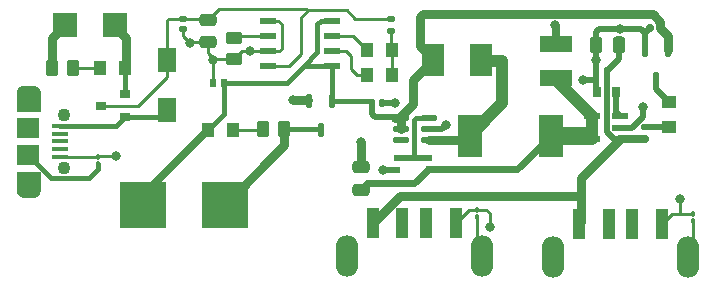
<source format=gbr>
%TF.GenerationSoftware,KiCad,Pcbnew,7.0.8*%
%TF.CreationDate,2024-10-30T19:33:40-07:00*%
%TF.ProjectId,ECE196Team13,45434531-3936-4546-9561-6d31332e6b69,1*%
%TF.SameCoordinates,Original*%
%TF.FileFunction,Copper,L1,Top*%
%TF.FilePolarity,Positive*%
%FSLAX46Y46*%
G04 Gerber Fmt 4.6, Leading zero omitted, Abs format (unit mm)*
G04 Created by KiCad (PCBNEW 7.0.8) date 2024-10-30 19:33:40*
%MOMM*%
%LPD*%
G01*
G04 APERTURE LIST*
G04 Aperture macros list*
%AMRoundRect*
0 Rectangle with rounded corners*
0 $1 Rounding radius*
0 $2 $3 $4 $5 $6 $7 $8 $9 X,Y pos of 4 corners*
0 Add a 4 corners polygon primitive as box body*
4,1,4,$2,$3,$4,$5,$6,$7,$8,$9,$2,$3,0*
0 Add four circle primitives for the rounded corners*
1,1,$1+$1,$2,$3*
1,1,$1+$1,$4,$5*
1,1,$1+$1,$6,$7*
1,1,$1+$1,$8,$9*
0 Add four rect primitives between the rounded corners*
20,1,$1+$1,$2,$3,$4,$5,0*
20,1,$1+$1,$4,$5,$6,$7,0*
20,1,$1+$1,$6,$7,$8,$9,0*
20,1,$1+$1,$8,$9,$2,$3,0*%
G04 Aperture macros list end*
%TA.AperFunction,EtchedComponent*%
%ADD10C,0.010000*%
%TD*%
%TA.AperFunction,SMDPad,CuDef*%
%ADD11RoundRect,0.158750X-0.158750X0.158750X-0.158750X-0.158750X0.158750X-0.158750X0.158750X0.158750X0*%
%TD*%
%TA.AperFunction,SMDPad,CuDef*%
%ADD12R,0.790000X0.930000*%
%TD*%
%TA.AperFunction,SMDPad,CuDef*%
%ADD13R,1.200000X1.100000*%
%TD*%
%TA.AperFunction,SMDPad,CuDef*%
%ADD14RoundRect,0.100000X-0.100000X0.130000X-0.100000X-0.130000X0.100000X-0.130000X0.100000X0.130000X0*%
%TD*%
%TA.AperFunction,SMDPad,CuDef*%
%ADD15RoundRect,0.147500X-0.147500X0.457500X-0.147500X-0.457500X0.147500X-0.457500X0.147500X0.457500X0*%
%TD*%
%TA.AperFunction,SMDPad,CuDef*%
%ADD16R,0.900000X0.800000*%
%TD*%
%TA.AperFunction,SMDPad,CuDef*%
%ADD17RoundRect,0.250000X0.475000X-0.250000X0.475000X0.250000X-0.475000X0.250000X-0.475000X-0.250000X0*%
%TD*%
%TA.AperFunction,SMDPad,CuDef*%
%ADD18R,1.500000X2.120000*%
%TD*%
%TA.AperFunction,SMDPad,CuDef*%
%ADD19RoundRect,0.250000X0.250000X0.475000X-0.250000X0.475000X-0.250000X-0.475000X0.250000X-0.475000X0*%
%TD*%
%TA.AperFunction,SMDPad,CuDef*%
%ADD20RoundRect,0.143100X-0.156900X0.126900X-0.156900X-0.126900X0.156900X-0.126900X0.156900X0.126900X0*%
%TD*%
%TA.AperFunction,SMDPad,CuDef*%
%ADD21RoundRect,0.143100X-0.126900X-0.156900X0.126900X-0.156900X0.126900X0.156900X-0.126900X0.156900X0*%
%TD*%
%TA.AperFunction,SMDPad,CuDef*%
%ADD22RoundRect,0.135000X0.185000X-0.135000X0.185000X0.135000X-0.185000X0.135000X-0.185000X-0.135000X0*%
%TD*%
%TA.AperFunction,SMDPad,CuDef*%
%ADD23RoundRect,0.135000X-0.185000X0.135000X-0.185000X-0.135000X0.185000X-0.135000X0.185000X0.135000X0*%
%TD*%
%TA.AperFunction,SMDPad,CuDef*%
%ADD24R,4.000000X4.000000*%
%TD*%
%TA.AperFunction,SMDPad,CuDef*%
%ADD25RoundRect,0.147500X0.537500X0.147500X-0.537500X0.147500X-0.537500X-0.147500X0.537500X-0.147500X0*%
%TD*%
%TA.AperFunction,SMDPad,CuDef*%
%ADD26R,2.000000X2.000000*%
%TD*%
%TA.AperFunction,SMDPad,CuDef*%
%ADD27RoundRect,0.250000X-0.450000X0.262500X-0.450000X-0.262500X0.450000X-0.262500X0.450000X0.262500X0*%
%TD*%
%TA.AperFunction,SMDPad,CuDef*%
%ADD28RoundRect,0.100000X0.100000X-0.130000X0.100000X0.130000X-0.100000X0.130000X-0.100000X-0.130000X0*%
%TD*%
%TA.AperFunction,SMDPad,CuDef*%
%ADD29RoundRect,0.250000X-0.262500X-0.450000X0.262500X-0.450000X0.262500X0.450000X-0.262500X0.450000X0*%
%TD*%
%TA.AperFunction,SMDPad,CuDef*%
%ADD30R,1.100000X1.200000*%
%TD*%
%TA.AperFunction,SMDPad,CuDef*%
%ADD31R,1.100000X2.500000*%
%TD*%
%TA.AperFunction,ComponentPad*%
%ADD32O,1.900000X3.500000*%
%TD*%
%TA.AperFunction,SMDPad,CuDef*%
%ADD33R,2.000000X3.600000*%
%TD*%
%TA.AperFunction,SMDPad,CuDef*%
%ADD34R,1.400000X0.600000*%
%TD*%
%TA.AperFunction,SMDPad,CuDef*%
%ADD35RoundRect,0.250000X-0.475000X0.250000X-0.475000X-0.250000X0.475000X-0.250000X0.475000X0.250000X0*%
%TD*%
%TA.AperFunction,SMDPad,CuDef*%
%ADD36R,0.600000X0.540000*%
%TD*%
%TA.AperFunction,SMDPad,CuDef*%
%ADD37R,0.500000X0.475000*%
%TD*%
%TA.AperFunction,SMDPad,CuDef*%
%ADD38R,0.560000X0.680000*%
%TD*%
%TA.AperFunction,SMDPad,CuDef*%
%ADD39RoundRect,0.250000X0.262500X0.450000X-0.262500X0.450000X-0.262500X-0.450000X0.262500X-0.450000X0*%
%TD*%
%TA.AperFunction,SMDPad,CuDef*%
%ADD40R,1.350000X0.400000*%
%TD*%
%TA.AperFunction,ComponentPad*%
%ADD41O,1.900000X1.010000*%
%TD*%
%TA.AperFunction,SMDPad,CuDef*%
%ADD42R,1.900000X1.800000*%
%TD*%
%TA.AperFunction,ComponentPad*%
%ADD43C,1.100000*%
%TD*%
%TA.AperFunction,SMDPad,CuDef*%
%ADD44R,2.810000X1.370000*%
%TD*%
%TA.AperFunction,SMDPad,CuDef*%
%ADD45R,1.981200X2.794000*%
%TD*%
%TA.AperFunction,SMDPad,CuDef*%
%ADD46RoundRect,0.073750X0.611250X0.221250X-0.611250X0.221250X-0.611250X-0.221250X0.611250X-0.221250X0*%
%TD*%
%TA.AperFunction,SMDPad,CuDef*%
%ADD47RoundRect,0.143100X0.126900X0.156900X-0.126900X0.156900X-0.126900X-0.156900X0.126900X-0.156900X0*%
%TD*%
%TA.AperFunction,ViaPad*%
%ADD48C,0.800000*%
%TD*%
%TA.AperFunction,Conductor*%
%ADD49C,0.250000*%
%TD*%
%TA.AperFunction,Conductor*%
%ADD50C,0.750000*%
%TD*%
%TA.AperFunction,Conductor*%
%ADD51C,0.500000*%
%TD*%
%TA.AperFunction,Conductor*%
%ADD52C,0.700000*%
%TD*%
%TA.AperFunction,Conductor*%
%ADD53C,0.400000*%
%TD*%
%TA.AperFunction,Conductor*%
%ADD54C,0.600000*%
%TD*%
%TA.AperFunction,Conductor*%
%ADD55C,1.000000*%
%TD*%
%TA.AperFunction,Conductor*%
%ADD56C,1.500000*%
%TD*%
G04 APERTURE END LIST*
%TO.C,I1*%
D10*
X136226500Y-48351000D02*
X136252500Y-48353000D01*
X136278500Y-48356000D01*
X136303500Y-48361000D01*
X136329500Y-48367000D01*
X136354500Y-48374000D01*
X136379500Y-48383000D01*
X136403500Y-48393000D01*
X136426500Y-48404000D01*
X136449500Y-48417000D01*
X136472500Y-48431000D01*
X136493500Y-48445000D01*
X136514500Y-48461000D01*
X136534500Y-48478000D01*
X136553500Y-48496000D01*
X136571500Y-48515000D01*
X136588500Y-48535000D01*
X136604500Y-48556000D01*
X136619500Y-48578000D01*
X136633500Y-48600000D01*
X136645500Y-48623000D01*
X136656500Y-48647000D01*
X136666500Y-48671000D01*
X136675500Y-48695000D01*
X136682500Y-48721000D01*
X136689500Y-48746000D01*
X136693500Y-48772000D01*
X136697500Y-48798000D01*
X136699500Y-48824000D01*
X136699500Y-48850000D01*
X136700000Y-50425000D01*
X136699500Y-50425000D01*
X134799500Y-50425000D01*
X134799500Y-48850000D01*
X134800500Y-48824000D01*
X134802500Y-48798000D01*
X134806500Y-48772000D01*
X134810500Y-48746000D01*
X134817500Y-48721000D01*
X134824500Y-48695000D01*
X134833500Y-48671000D01*
X134843500Y-48647000D01*
X134854500Y-48623000D01*
X134866500Y-48600000D01*
X134880500Y-48578000D01*
X134895500Y-48556000D01*
X134911500Y-48535000D01*
X134928500Y-48515000D01*
X134946500Y-48496000D01*
X134965500Y-48478000D01*
X134985500Y-48461000D01*
X135006500Y-48445000D01*
X135027500Y-48431000D01*
X135049500Y-48417000D01*
X135073500Y-48404000D01*
X135096500Y-48393000D01*
X135120500Y-48383000D01*
X135145500Y-48374000D01*
X135170500Y-48367000D01*
X135196500Y-48361000D01*
X135221500Y-48356000D01*
X135247500Y-48353000D01*
X135273500Y-48351000D01*
X135299500Y-48350000D01*
X136200500Y-48350000D01*
X136226500Y-48351000D01*
%TA.AperFunction,EtchedComponent*%
G36*
X136226500Y-48351000D02*
G01*
X136252500Y-48353000D01*
X136278500Y-48356000D01*
X136303500Y-48361000D01*
X136329500Y-48367000D01*
X136354500Y-48374000D01*
X136379500Y-48383000D01*
X136403500Y-48393000D01*
X136426500Y-48404000D01*
X136449500Y-48417000D01*
X136472500Y-48431000D01*
X136493500Y-48445000D01*
X136514500Y-48461000D01*
X136534500Y-48478000D01*
X136553500Y-48496000D01*
X136571500Y-48515000D01*
X136588500Y-48535000D01*
X136604500Y-48556000D01*
X136619500Y-48578000D01*
X136633500Y-48600000D01*
X136645500Y-48623000D01*
X136656500Y-48647000D01*
X136666500Y-48671000D01*
X136675500Y-48695000D01*
X136682500Y-48721000D01*
X136689500Y-48746000D01*
X136693500Y-48772000D01*
X136697500Y-48798000D01*
X136699500Y-48824000D01*
X136699500Y-48850000D01*
X136700000Y-50425000D01*
X136699500Y-50425000D01*
X134799500Y-50425000D01*
X134799500Y-48850000D01*
X134800500Y-48824000D01*
X134802500Y-48798000D01*
X134806500Y-48772000D01*
X134810500Y-48746000D01*
X134817500Y-48721000D01*
X134824500Y-48695000D01*
X134833500Y-48671000D01*
X134843500Y-48647000D01*
X134854500Y-48623000D01*
X134866500Y-48600000D01*
X134880500Y-48578000D01*
X134895500Y-48556000D01*
X134911500Y-48535000D01*
X134928500Y-48515000D01*
X134946500Y-48496000D01*
X134965500Y-48478000D01*
X134985500Y-48461000D01*
X135006500Y-48445000D01*
X135027500Y-48431000D01*
X135049500Y-48417000D01*
X135073500Y-48404000D01*
X135096500Y-48393000D01*
X135120500Y-48383000D01*
X135145500Y-48374000D01*
X135170500Y-48367000D01*
X135196500Y-48361000D01*
X135221500Y-48356000D01*
X135247500Y-48353000D01*
X135273500Y-48351000D01*
X135299500Y-48350000D01*
X136200500Y-48350000D01*
X136226500Y-48351000D01*
G37*
%TD.AperFunction*%
X136699500Y-57200000D02*
X136699500Y-57226000D01*
X136697500Y-57252000D01*
X136693500Y-57278000D01*
X136689500Y-57304000D01*
X136682500Y-57329000D01*
X136675500Y-57355000D01*
X136666500Y-57379000D01*
X136656500Y-57403000D01*
X136645500Y-57427000D01*
X136633500Y-57450000D01*
X136619500Y-57472000D01*
X136604500Y-57494000D01*
X136588500Y-57515000D01*
X136571500Y-57535000D01*
X136553500Y-57554000D01*
X136534500Y-57572000D01*
X136514500Y-57589000D01*
X136493500Y-57605000D01*
X136472500Y-57619000D01*
X136449500Y-57633000D01*
X136426500Y-57646000D01*
X136403500Y-57657000D01*
X136379500Y-57667000D01*
X136354500Y-57676000D01*
X136329500Y-57683000D01*
X136303500Y-57689000D01*
X136278500Y-57694000D01*
X136252500Y-57697000D01*
X136226500Y-57699000D01*
X136200500Y-57700000D01*
X135299500Y-57700000D01*
X135273500Y-57699000D01*
X135247500Y-57697000D01*
X135221500Y-57694000D01*
X135196500Y-57689000D01*
X135170500Y-57683000D01*
X135145500Y-57676000D01*
X135120500Y-57667000D01*
X135096500Y-57657000D01*
X135073500Y-57646000D01*
X135049500Y-57633000D01*
X135027500Y-57619000D01*
X135006500Y-57605000D01*
X134985500Y-57589000D01*
X134965500Y-57572000D01*
X134946500Y-57554000D01*
X134928500Y-57535000D01*
X134911500Y-57515000D01*
X134895500Y-57494000D01*
X134880500Y-57472000D01*
X134866500Y-57450000D01*
X134854500Y-57427000D01*
X134843500Y-57403000D01*
X134833500Y-57379000D01*
X134824500Y-57355000D01*
X134817500Y-57329000D01*
X134810500Y-57304000D01*
X134806500Y-57278000D01*
X134802500Y-57252000D01*
X134800500Y-57226000D01*
X134799500Y-57200000D01*
X134800000Y-55625000D01*
X136699500Y-55625000D01*
X136699500Y-57200000D01*
%TA.AperFunction,EtchedComponent*%
G36*
X136699500Y-57200000D02*
G01*
X136699500Y-57226000D01*
X136697500Y-57252000D01*
X136693500Y-57278000D01*
X136689500Y-57304000D01*
X136682500Y-57329000D01*
X136675500Y-57355000D01*
X136666500Y-57379000D01*
X136656500Y-57403000D01*
X136645500Y-57427000D01*
X136633500Y-57450000D01*
X136619500Y-57472000D01*
X136604500Y-57494000D01*
X136588500Y-57515000D01*
X136571500Y-57535000D01*
X136553500Y-57554000D01*
X136534500Y-57572000D01*
X136514500Y-57589000D01*
X136493500Y-57605000D01*
X136472500Y-57619000D01*
X136449500Y-57633000D01*
X136426500Y-57646000D01*
X136403500Y-57657000D01*
X136379500Y-57667000D01*
X136354500Y-57676000D01*
X136329500Y-57683000D01*
X136303500Y-57689000D01*
X136278500Y-57694000D01*
X136252500Y-57697000D01*
X136226500Y-57699000D01*
X136200500Y-57700000D01*
X135299500Y-57700000D01*
X135273500Y-57699000D01*
X135247500Y-57697000D01*
X135221500Y-57694000D01*
X135196500Y-57689000D01*
X135170500Y-57683000D01*
X135145500Y-57676000D01*
X135120500Y-57667000D01*
X135096500Y-57657000D01*
X135073500Y-57646000D01*
X135049500Y-57633000D01*
X135027500Y-57619000D01*
X135006500Y-57605000D01*
X134985500Y-57589000D01*
X134965500Y-57572000D01*
X134946500Y-57554000D01*
X134928500Y-57535000D01*
X134911500Y-57515000D01*
X134895500Y-57494000D01*
X134880500Y-57472000D01*
X134866500Y-57450000D01*
X134854500Y-57427000D01*
X134843500Y-57403000D01*
X134833500Y-57379000D01*
X134824500Y-57355000D01*
X134817500Y-57329000D01*
X134810500Y-57304000D01*
X134806500Y-57278000D01*
X134802500Y-57252000D01*
X134800500Y-57226000D01*
X134799500Y-57200000D01*
X134800000Y-55625000D01*
X136699500Y-55625000D01*
X136699500Y-57200000D01*
G37*
%TD.AperFunction*%
%TD*%
D11*
%TO.P,R6,1*%
%TO.N,+BATT*%
X189269500Y-43457500D03*
%TO.P,R6,2*%
%TO.N,GND*%
X188380500Y-43457500D03*
%TD*%
D12*
%TO.P,R5,1*%
%TO.N,Net-(U3-ISET)*%
X185495000Y-48875000D03*
%TO.P,R5,2*%
%TO.N,GND*%
X183855000Y-48875000D03*
%TD*%
D13*
%TO.P,L4,1,K*%
%TO.N,Net-(L4-K)*%
X190025000Y-49725000D03*
%TO.P,L4,2,A*%
%TO.N,Net-(L4-A)*%
X190025000Y-51825000D03*
%TD*%
D14*
%TO.P,C6,1*%
%TO.N,GND*%
X173700000Y-58800000D03*
%TO.P,C6,2*%
%TO.N,Net-(O1-Shield)*%
X173700000Y-59440000D03*
%TD*%
D15*
%TO.P,M2,1*%
%TO.N,+BATT*%
X161445000Y-49590000D03*
%TO.P,M2,2*%
%TO.N,GND*%
X159545000Y-49590000D03*
%TO.P,M2,3*%
%TO.N,-BATT*%
X160495000Y-52100000D03*
%TD*%
D16*
%TO.P,M1,1*%
%TO.N,Net-(I1-VBUS)*%
X143975000Y-50950000D03*
%TO.P,M1,2*%
%TO.N,+6V*%
X143975000Y-49050000D03*
%TO.P,M1,3*%
%TO.N,Net-(U1-VIN)*%
X141875000Y-50000000D03*
%TD*%
D17*
%TO.P,C4,1*%
%TO.N,Net-(U3-EN)*%
X163875000Y-57100000D03*
%TO.P,C4,2*%
%TO.N,GND*%
X163875000Y-55200000D03*
%TD*%
D18*
%TO.P,D1,A*%
%TO.N,Net-(I1-VBUS)*%
X147450000Y-50340000D03*
%TO.P,D1,C*%
%TO.N,Net-(U1-VIN)*%
X147450000Y-46110000D03*
%TD*%
D19*
%TO.P,C1,1*%
%TO.N,Net-(O1-GND)*%
X185725000Y-44850000D03*
%TO.P,C1,2*%
%TO.N,GND*%
X183825000Y-44850000D03*
%TD*%
D20*
%TO.P,C2a1,1*%
%TO.N,Net-(U1-VIN)*%
X148850000Y-42670000D03*
%TO.P,C2a1,2*%
%TO.N,GND*%
X148850000Y-43530000D03*
%TD*%
D21*
%TO.P,C2,1*%
%TO.N,+BATT*%
X164845000Y-49755000D03*
%TO.P,C2,2*%
%TO.N,GND*%
X165705000Y-49755000D03*
%TD*%
D22*
%TO.P,R1b1,1*%
%TO.N,Net-(O1-GND)*%
X188000000Y-52810000D03*
%TO.P,R1b1,2*%
%TO.N,Net-(L4-A)*%
X188000000Y-51790000D03*
%TD*%
D23*
%TO.P,R1a1,1*%
%TO.N,Net-(U1-VIN)*%
X166470000Y-42660000D03*
%TO.P,R1a1,2*%
%TO.N,Net-(L1-A)*%
X166470000Y-43680000D03*
%TD*%
D24*
%TO.P,TP4,1,1*%
%TO.N,-BATT*%
X152400000Y-58375000D03*
%TD*%
D25*
%TO.P,U2,1,SW*%
%TO.N,Net-(U2-SW)*%
X169645000Y-52937500D03*
%TO.P,U2,2,GND*%
%TO.N,GND*%
X169645000Y-51987500D03*
%TO.P,U2,3,FB*%
%TO.N,Net-(U2-FB)*%
X169645000Y-51037500D03*
%TO.P,U2,4,EN*%
%TO.N,+BATT*%
X167305000Y-51037500D03*
%TO.P,U2,5,IN*%
X167305000Y-51987500D03*
%TO.P,U2,6,NC*%
%TO.N,unconnected-(U2-NC-Pad6)*%
X167305000Y-52937500D03*
%TD*%
D26*
%TO.P,TP1,1,1*%
%TO.N,+6V*%
X143100000Y-43200000D03*
%TD*%
D27*
%TO.P,R2,1*%
%TO.N,Net-(U1-ISET)*%
X153145000Y-44232500D03*
%TO.P,R2,2*%
%TO.N,GND*%
X153145000Y-46057500D03*
%TD*%
D28*
%TO.P,C6a1,1*%
%TO.N,Net-(C6a1-Pad1)*%
X141650000Y-54970000D03*
%TO.P,C6a1,2*%
%TO.N,GND*%
X141650000Y-54330000D03*
%TD*%
D29*
%TO.P,R7a1,1*%
%TO.N,Net-(R7a1-Pad1)*%
X137712500Y-46775000D03*
%TO.P,R7a1,2*%
%TO.N,Net-(L5-A)*%
X139537500Y-46775000D03*
%TD*%
D30*
%TO.P,L2,1,K*%
%TO.N,Net-(L2-K)*%
X164420000Y-47395000D03*
%TO.P,L2,2,A*%
%TO.N,Net-(L1-A)*%
X166520000Y-47395000D03*
%TD*%
%TO.P,L1,1,K*%
%TO.N,Net-(L1-K)*%
X164420000Y-45295000D03*
%TO.P,L1,2,A*%
%TO.N,Net-(L1-A)*%
X166520000Y-45295000D03*
%TD*%
D31*
%TO.P,O1,1,VBUS*%
%TO.N,GND*%
X171925000Y-59975000D03*
%TO.P,O1,2,D-*%
%TO.N,unconnected-(O1-D--Pad2)*%
X169425000Y-59975000D03*
%TO.P,O1,3,D+*%
%TO.N,unconnected-(O1-D+-Pad3)*%
X167425000Y-59975000D03*
%TO.P,O1,4,GND*%
%TO.N,Net-(O1-GND)*%
X164925000Y-59975000D03*
D32*
%TO.P,O1,5,Shield*%
%TO.N,Net-(O1-Shield)*%
X174125000Y-62725000D03*
X162725000Y-62725000D03*
%TD*%
D31*
%TO.P,O2,1,VBUS*%
%TO.N,GND*%
X189375000Y-60025000D03*
%TO.P,O2,2,D-*%
%TO.N,unconnected-(O2-D--Pad2)*%
X186875000Y-60025000D03*
%TO.P,O2,3,D+*%
%TO.N,unconnected-(O2-D+-Pad3)*%
X184875000Y-60025000D03*
%TO.P,O2,4,GND*%
%TO.N,Net-(O1-GND)*%
X182375000Y-60025000D03*
D32*
%TO.P,O2,5,Shield*%
%TO.N,Net-(O2-Shield)*%
X191575000Y-62775000D03*
X180175000Y-62775000D03*
%TD*%
D33*
%TO.P,D2,A*%
%TO.N,Net-(U2-SW)*%
X173162500Y-52525000D03*
%TO.P,D2,C*%
%TO.N,Net-(U3-EN)*%
X179962500Y-52525000D03*
%TD*%
D34*
%TO.P,U1,1,TEMP*%
%TO.N,GND*%
X156020000Y-42815000D03*
%TO.P,U1,2,ISET*%
%TO.N,Net-(U1-ISET)*%
X156020000Y-44085000D03*
%TO.P,U1,3,GND*%
%TO.N,GND*%
X156020000Y-45355000D03*
%TO.P,U1,4,VIN*%
%TO.N,Net-(U1-VIN)*%
X156020000Y-46625000D03*
%TO.P,U1,5,BAT*%
%TO.N,+BATT*%
X161420000Y-46625000D03*
%TO.P,U1,6,~{DONE}*%
%TO.N,Net-(L2-K)*%
X161420000Y-45355000D03*
%TO.P,U1,7,~{CHRG}*%
%TO.N,Net-(L1-K)*%
X161420000Y-44085000D03*
%TO.P,U1,8,FB*%
%TO.N,+BATT*%
X161420000Y-42815000D03*
%TD*%
D15*
%TO.P,M2,1*%
%TO.N,+BATT*%
X189875000Y-45265000D03*
%TO.P,M2,2*%
%TO.N,GND*%
X187975000Y-45265000D03*
%TO.P,M2,3*%
%TO.N,Net-(L4-K)*%
X188925000Y-47775000D03*
%TD*%
D35*
%TO.P,C1a1,1*%
%TO.N,Net-(U1-VIN)*%
X150925000Y-42725000D03*
%TO.P,C1a1,2*%
%TO.N,GND*%
X150925000Y-44625000D03*
%TD*%
D28*
%TO.P,C6,1*%
%TO.N,Net-(O2-Shield)*%
X192060000Y-59775000D03*
%TO.P,C6,2*%
%TO.N,GND*%
X192060000Y-59135000D03*
%TD*%
D36*
%TO.P,R3,1*%
%TO.N,Net-(U3-EN)*%
X169700000Y-55319500D03*
%TO.P,R3,2*%
%TO.N,Net-(U2-FB)*%
X169700000Y-54455500D03*
%TD*%
D37*
%TO.P,R4,1*%
%TO.N,Net-(U2-FB)*%
X166950000Y-54438500D03*
%TO.P,R4,2*%
%TO.N,GND*%
X166950000Y-55462500D03*
%TD*%
D38*
%TO.P,C3,1*%
%TO.N,+BATT*%
X152280000Y-48045000D03*
%TO.P,C3,2*%
%TO.N,GND*%
X151360000Y-48045000D03*
%TD*%
D39*
%TO.P,R7b1,1*%
%TO.N,-BATT*%
X157425000Y-52000000D03*
%TO.P,R7b1,2*%
%TO.N,Net-(L3-A)*%
X155600000Y-52000000D03*
%TD*%
D40*
%TO.P,I1,1,VBUS*%
%TO.N,Net-(I1-VBUS)*%
X138425000Y-51725000D03*
%TO.P,I1,2,D-*%
%TO.N,unconnected-(I1-D--Pad2)*%
X138425000Y-52375000D03*
%TO.P,I1,3,D+*%
%TO.N,unconnected-(I1-D+-Pad3)*%
X138425000Y-53025000D03*
%TO.P,I1,4,ID*%
%TO.N,unconnected-(I1-ID-Pad4)*%
X138425000Y-53675000D03*
%TO.P,I1,5,GND*%
%TO.N,GND*%
X138425000Y-54325000D03*
D41*
%TO.P,I1,S1,SHIELD*%
%TO.N,Net-(C6a1-Pad1)*%
X135750000Y-48850000D03*
D42*
%TO.P,I1,S2,SHIELD*%
X135750000Y-51875000D03*
%TO.P,I1,S3,SHIELD*%
X135750000Y-54175000D03*
D41*
%TO.P,I1,S4,SHIELD*%
X135750000Y-57200000D03*
D43*
%TO.P,I1,S5,SHIELD*%
X138750000Y-50800000D03*
%TO.P,I1,S6,SHIELD*%
X138750000Y-55250000D03*
%TD*%
D30*
%TO.P,L3,1,K*%
%TO.N,+BATT*%
X150975000Y-52050000D03*
%TO.P,L3,2,A*%
%TO.N,Net-(L3-A)*%
X153075000Y-52050000D03*
%TD*%
D44*
%TO.P,C5,1*%
%TO.N,Net-(U3-EN)*%
X180425000Y-47620000D03*
%TO.P,C5,2*%
%TO.N,GND*%
X180425000Y-44780000D03*
%TD*%
D45*
%TO.P,L1x1,1,1*%
%TO.N,+BATT*%
X170036000Y-46100000D03*
%TO.P,L1x1,2,2*%
%TO.N,Net-(U2-SW)*%
X174100000Y-46100000D03*
%TD*%
D46*
%TO.P,U3,1,OUT*%
%TO.N,Net-(O1-GND)*%
X185850000Y-52800000D03*
%TO.P,U3,2,GND*%
%TO.N,GND*%
X185850000Y-51850000D03*
%TO.P,U3,3,ISET*%
%TO.N,Net-(U3-ISET)*%
X185850000Y-50900000D03*
%TO.P,U3,4,EN*%
%TO.N,Net-(U3-EN)*%
X183500000Y-50900000D03*
%TO.P,U3,5,IN*%
X183500000Y-52800000D03*
%TD*%
D24*
%TO.P,TP3,1,1*%
%TO.N,+BATT*%
X145500000Y-58375000D03*
%TD*%
D26*
%TO.P,TP2,1,1*%
%TO.N,Net-(R7a1-Pad1)*%
X138850000Y-43200000D03*
%TD*%
D30*
%TO.P,L5,1,K*%
%TO.N,+6V*%
X143950000Y-46775000D03*
%TO.P,L5,2,A*%
%TO.N,Net-(L5-A)*%
X141850000Y-46775000D03*
%TD*%
D47*
%TO.P,C2,1*%
%TO.N,Net-(O1-GND)*%
X184710000Y-47025000D03*
%TO.P,C2,2*%
%TO.N,GND*%
X183850000Y-47025000D03*
%TD*%
D48*
%TO.N,GND*%
X158175000Y-49525000D03*
X143150000Y-54250000D03*
X166770000Y-49755000D03*
X154500000Y-45350000D03*
X182725000Y-47825000D03*
X190900000Y-57925000D03*
X180350000Y-43150000D03*
X151425000Y-46100000D03*
X174850000Y-60300000D03*
X185850000Y-43500000D03*
X183825000Y-46100000D03*
X187825000Y-50125000D03*
X171125000Y-51625000D03*
X163925000Y-53100000D03*
X165737500Y-55475000D03*
X149450000Y-44700000D03*
%TD*%
D49*
%TO.N,Net-(U1-VIN)*%
X158795000Y-42545000D02*
X158795000Y-45620000D01*
X151875000Y-41775000D02*
X150925000Y-42725000D01*
X166470000Y-42660000D02*
X163435000Y-42660000D01*
X163435000Y-42660000D02*
X162695000Y-41920000D01*
X148850000Y-42670000D02*
X150870000Y-42670000D01*
X147450000Y-42825000D02*
X147450000Y-46110000D01*
X150870000Y-42670000D02*
X150925000Y-42725000D01*
X162695000Y-41920000D02*
X159420000Y-41920000D01*
X159275000Y-41775000D02*
X151875000Y-41775000D01*
X145050000Y-50000000D02*
X147450000Y-47600000D01*
X159420000Y-41920000D02*
X158795000Y-42545000D01*
X147605000Y-42670000D02*
X147450000Y-42825000D01*
X159420000Y-41920000D02*
X159275000Y-41775000D01*
X157790000Y-46625000D02*
X156020000Y-46625000D01*
X141875000Y-50000000D02*
X145050000Y-50000000D01*
X147450000Y-47600000D02*
X147450000Y-46110000D01*
X158795000Y-45620000D02*
X157790000Y-46625000D01*
X148850000Y-42670000D02*
X147605000Y-42670000D01*
%TO.N,GND*%
X190925000Y-59135000D02*
X190265000Y-59135000D01*
X150925000Y-45500000D02*
X151470000Y-46045000D01*
X174850000Y-59125000D02*
X174850000Y-60300000D01*
X156020000Y-45355000D02*
X154505000Y-45355000D01*
X154495000Y-45355000D02*
X153847500Y-45355000D01*
X151470000Y-46045000D02*
X151482500Y-46057500D01*
X190900000Y-59110000D02*
X190925000Y-59135000D01*
D50*
X163925000Y-53100000D02*
X163925000Y-55150000D01*
D49*
X151360000Y-48045000D02*
X151360000Y-46155000D01*
D51*
X169645000Y-51987500D02*
X170762500Y-51987500D01*
D49*
X159530000Y-49575000D02*
X159545000Y-49590000D01*
X185850000Y-43500000D02*
X185825000Y-43525000D01*
D52*
X180425000Y-44780000D02*
X180425000Y-43225000D01*
D49*
X156020000Y-45355000D02*
X157010000Y-45355000D01*
X153847500Y-45355000D02*
X153145000Y-46057500D01*
X174525000Y-58800000D02*
X174850000Y-59125000D01*
X173100000Y-58800000D02*
X171925000Y-59975000D01*
D51*
X185825000Y-43525000D02*
X184100000Y-43525000D01*
X182725000Y-47825000D02*
X183800000Y-47825000D01*
D49*
X156890000Y-42815000D02*
X156020000Y-42815000D01*
D51*
X186900000Y-51850000D02*
X187825000Y-50925000D01*
X183825000Y-43800000D02*
X183825000Y-44850000D01*
X183850000Y-47025000D02*
X183850000Y-47775000D01*
D49*
X148850000Y-44100000D02*
X149450000Y-44700000D01*
D51*
X185850000Y-51850000D02*
X186900000Y-51850000D01*
D49*
X188380500Y-43457500D02*
X188350000Y-43457500D01*
D51*
X183825000Y-46100000D02*
X183825000Y-47000000D01*
D49*
X180205000Y-45000000D02*
X180425000Y-44780000D01*
X150925000Y-44625000D02*
X150925000Y-45500000D01*
D51*
X170762500Y-51987500D02*
X171125000Y-51625000D01*
D49*
X138450000Y-54350000D02*
X138425000Y-54325000D01*
X151415000Y-46100000D02*
X151425000Y-46100000D01*
D51*
X184100000Y-43525000D02*
X183825000Y-43800000D01*
D49*
X157010000Y-45355000D02*
X157195000Y-45170000D01*
X157195000Y-45170000D02*
X157195000Y-43120000D01*
D51*
X166962500Y-55475000D02*
X165737500Y-55475000D01*
D49*
X158175000Y-49525000D02*
X158165000Y-49535000D01*
X141650000Y-54330000D02*
X141730000Y-54250000D01*
X189375000Y-59475000D02*
X189375000Y-60025000D01*
D51*
X165705000Y-49755000D02*
X166770000Y-49755000D01*
D49*
X141630000Y-54350000D02*
X138450000Y-54350000D01*
X173700000Y-58800000D02*
X173100000Y-58800000D01*
D51*
X183825000Y-44850000D02*
X183825000Y-46100000D01*
D49*
X141730000Y-54250000D02*
X143150000Y-54250000D01*
X151425000Y-46100000D02*
X151425000Y-46090000D01*
X163925000Y-55150000D02*
X163875000Y-55200000D01*
X151425000Y-46090000D02*
X151470000Y-46045000D01*
X158185000Y-49535000D02*
X158175000Y-49525000D01*
X190900000Y-57925000D02*
X190900000Y-59110000D01*
D51*
X187975000Y-43863000D02*
X188380500Y-43457500D01*
X187975000Y-45265000D02*
X187975000Y-43863000D01*
D49*
X183800000Y-47825000D02*
X183850000Y-47775000D01*
X154505000Y-45355000D02*
X154500000Y-45350000D01*
X149525000Y-44625000D02*
X149450000Y-44700000D01*
X151482500Y-46057500D02*
X153145000Y-46057500D01*
X173700000Y-58800000D02*
X174525000Y-58800000D01*
X141650000Y-54330000D02*
X141630000Y-54350000D01*
X151360000Y-46155000D02*
X151415000Y-46100000D01*
D51*
X187637000Y-43525000D02*
X185875000Y-43525000D01*
D49*
X183850000Y-48870000D02*
X183855000Y-48875000D01*
X192060000Y-59135000D02*
X190925000Y-59135000D01*
X157195000Y-43120000D02*
X156890000Y-42815000D01*
X154500000Y-45350000D02*
X154495000Y-45355000D01*
D51*
X187975000Y-43863000D02*
X187637000Y-43525000D01*
X183850000Y-47775000D02*
X183850000Y-48870000D01*
D49*
X150925000Y-44625000D02*
X149525000Y-44625000D01*
X180425000Y-43225000D02*
X180350000Y-43150000D01*
X148850000Y-43530000D02*
X148850000Y-44100000D01*
D51*
X187825000Y-50925000D02*
X187825000Y-50125000D01*
D49*
X183825000Y-47000000D02*
X183850000Y-47025000D01*
D50*
X159445000Y-49535000D02*
X158185000Y-49535000D01*
D49*
X159545000Y-49590000D02*
X159545000Y-49595000D01*
X190265000Y-59135000D02*
X189375000Y-60025000D01*
X185875000Y-43525000D02*
X185850000Y-43500000D01*
%TO.N,Net-(O1-GND)*%
X182075000Y-60325000D02*
X182375000Y-60025000D01*
D51*
X184710000Y-52210000D02*
X185300000Y-52800000D01*
X185725000Y-44850000D02*
X185725000Y-46010000D01*
D50*
X182550000Y-57625000D02*
X182575000Y-57650000D01*
X185850000Y-52800000D02*
X182550000Y-56100000D01*
D51*
X185725000Y-46010000D02*
X184710000Y-47025000D01*
D50*
X182575000Y-57650000D02*
X182575000Y-59825000D01*
D49*
X185300000Y-52800000D02*
X185850000Y-52800000D01*
D50*
X182575000Y-59825000D02*
X182375000Y-60025000D01*
X182550000Y-56100000D02*
X182550000Y-57625000D01*
D49*
X185850000Y-52800000D02*
X185860000Y-52810000D01*
D50*
X167250000Y-57650000D02*
X164925000Y-59975000D01*
X182575000Y-57650000D02*
X167250000Y-57650000D01*
D52*
X185860000Y-52810000D02*
X188000000Y-52810000D01*
D51*
X184710000Y-47025000D02*
X184710000Y-52210000D01*
D50*
%TO.N,-BATT*%
X157425000Y-53350000D02*
X152400000Y-58375000D01*
D49*
X160395000Y-52000000D02*
X160495000Y-52100000D01*
D50*
X157425000Y-52000000D02*
X157425000Y-53350000D01*
D53*
X157425000Y-52000000D02*
X160395000Y-52000000D01*
D54*
%TO.N,Net-(U3-EN)*%
X168444500Y-56575000D02*
X164400000Y-56575000D01*
D55*
X183500000Y-50900000D02*
X183500000Y-52800000D01*
D56*
X179962500Y-52525000D02*
X183225000Y-52525000D01*
D54*
X164400000Y-56575000D02*
X163875000Y-57100000D01*
X169712500Y-55332000D02*
X169700000Y-55319500D01*
D49*
X183225000Y-52525000D02*
X183500000Y-52800000D01*
D54*
X177155500Y-55332000D02*
X179962500Y-52525000D01*
X169700000Y-55319500D02*
X168444500Y-56575000D01*
D49*
X180425000Y-47620000D02*
X180425000Y-47825000D01*
X183387500Y-52912500D02*
X183500000Y-52800000D01*
D55*
X180425000Y-47825000D02*
X183500000Y-50900000D01*
D54*
X177155500Y-55332000D02*
X169712500Y-55332000D01*
D53*
%TO.N,Net-(C6a1-Pad1)*%
X141650000Y-54970000D02*
X141650000Y-55325000D01*
X141650000Y-55325000D02*
X140850000Y-56125000D01*
X140850000Y-56125000D02*
X137700000Y-56125000D01*
X137700000Y-56125000D02*
X135750000Y-54175000D01*
D49*
%TO.N,Net-(O1-Shield)*%
X173700000Y-62300000D02*
X174125000Y-62725000D01*
X173700000Y-59440000D02*
X173700000Y-62300000D01*
X162750000Y-62825000D02*
X162725000Y-62850000D01*
%TO.N,Net-(O2-Shield)*%
X192060000Y-62290000D02*
X191575000Y-62775000D01*
X192060000Y-59775000D02*
X192060000Y-62290000D01*
D53*
%TO.N,Net-(I1-VBUS)*%
X143175000Y-51750000D02*
X138450000Y-51750000D01*
D49*
X138450000Y-51750000D02*
X138425000Y-51725000D01*
D53*
X143975000Y-50950000D02*
X146840000Y-50950000D01*
X143975000Y-50950000D02*
X143175000Y-51750000D01*
D49*
X146840000Y-50950000D02*
X147450000Y-50340000D01*
D55*
%TO.N,Net-(U2-SW)*%
X175875000Y-49812500D02*
X173162500Y-52525000D01*
D50*
X169645000Y-52937500D02*
X172750000Y-52937500D01*
D49*
X172750000Y-52937500D02*
X173162500Y-52525000D01*
D55*
X175875000Y-46225000D02*
X175875000Y-49812500D01*
X174225000Y-46225000D02*
X175875000Y-46225000D01*
D49*
X172737500Y-52950000D02*
X173162500Y-52525000D01*
D50*
X174100000Y-46100000D02*
X174225000Y-46225000D01*
D49*
%TO.N,Net-(L1-K)*%
X163210000Y-44085000D02*
X161420000Y-44085000D01*
X164420000Y-45295000D02*
X163210000Y-44085000D01*
X161430000Y-44095000D02*
X161420000Y-44085000D01*
%TO.N,Net-(L1-A)*%
X166470000Y-45245000D02*
X166520000Y-45295000D01*
X166520000Y-47395000D02*
X166520000Y-45295000D01*
X166470000Y-43680000D02*
X166470000Y-45245000D01*
%TO.N,Net-(L2-K)*%
X163070000Y-45770000D02*
X162655000Y-45355000D01*
X164420000Y-47395000D02*
X163545000Y-47395000D01*
X163070000Y-46920000D02*
X163070000Y-45770000D01*
X162655000Y-45355000D02*
X161420000Y-45355000D01*
X163545000Y-47395000D02*
X163070000Y-46920000D01*
%TO.N,Net-(L3-A)*%
X155550000Y-52050000D02*
X155600000Y-52000000D01*
X153075000Y-52050000D02*
X155550000Y-52050000D01*
D51*
%TO.N,Net-(L4-K)*%
X188925000Y-48625000D02*
X188925000Y-47775000D01*
X190025000Y-49725000D02*
X188925000Y-48625000D01*
%TO.N,Net-(L4-A)*%
X188000000Y-51790000D02*
X189990000Y-51790000D01*
D49*
X189990000Y-51790000D02*
X190025000Y-51825000D01*
%TO.N,Net-(R7a1-Pad1)*%
X137775000Y-46712500D02*
X137712500Y-46775000D01*
D50*
X138850000Y-43200000D02*
X137775000Y-44275000D01*
X137775000Y-44275000D02*
X137775000Y-46712500D01*
D49*
%TO.N,Net-(L5-A)*%
X141850000Y-46775000D02*
X139537500Y-46775000D01*
D50*
%TO.N,+BATT*%
X167305000Y-51987500D02*
X167305000Y-51037500D01*
X168350000Y-49867500D02*
X168350000Y-47786000D01*
D53*
X152280000Y-50745000D02*
X150975000Y-52050000D01*
D51*
X165125000Y-50975000D02*
X167242500Y-50975000D01*
D53*
X161420000Y-42815000D02*
X160500000Y-42815000D01*
D50*
X168350000Y-47786000D02*
X170036000Y-46100000D01*
X169125000Y-42275000D02*
X168925000Y-42475000D01*
D51*
X164845000Y-50695000D02*
X165125000Y-50975000D01*
D50*
X167305000Y-51037500D02*
X166775000Y-51037500D01*
D53*
X161445000Y-49590000D02*
X164680000Y-49590000D01*
X161445000Y-49590000D02*
X161445000Y-46650000D01*
D50*
X189269500Y-43457500D02*
X189875000Y-44063000D01*
D53*
X159050000Y-46625000D02*
X161420000Y-46625000D01*
X160195000Y-43120000D02*
X160195000Y-45480000D01*
D50*
X168925000Y-44989000D02*
X170036000Y-46100000D01*
D53*
X157630000Y-48045000D02*
X159050000Y-46625000D01*
X160500000Y-42815000D02*
X160195000Y-43120000D01*
X152280000Y-48045000D02*
X152280000Y-50745000D01*
D50*
X189269500Y-43457500D02*
X189269500Y-42944500D01*
D49*
X167242500Y-50975000D02*
X167305000Y-51037500D01*
D53*
X160195000Y-45480000D02*
X159050000Y-46625000D01*
D50*
X189875000Y-44063000D02*
X189875000Y-45265000D01*
D49*
X161445000Y-46650000D02*
X161420000Y-46625000D01*
D50*
X188600000Y-42275000D02*
X169125000Y-42275000D01*
X189269500Y-42944500D02*
X188600000Y-42275000D01*
D49*
X145500000Y-58375000D02*
X145500000Y-57525000D01*
X164845000Y-49755000D02*
X164725000Y-49875000D01*
D51*
X164845000Y-49755000D02*
X164845000Y-50695000D01*
D53*
X152280000Y-48045000D02*
X157630000Y-48045000D01*
D50*
X167242500Y-50975000D02*
X168350000Y-49867500D01*
D53*
X164680000Y-49590000D02*
X164845000Y-49755000D01*
D52*
X145500000Y-57525000D02*
X150975000Y-52050000D01*
D49*
X170036000Y-46169000D02*
X170036000Y-46100000D01*
D50*
X168925000Y-42475000D02*
X168925000Y-44989000D01*
D49*
%TO.N,Net-(U1-ISET)*%
X153292500Y-44085000D02*
X153145000Y-44232500D01*
X156020000Y-44085000D02*
X153292500Y-44085000D01*
D51*
%TO.N,Net-(U2-FB)*%
X168400000Y-54437500D02*
X169682000Y-54437500D01*
D49*
X166951000Y-54437500D02*
X166950000Y-54438500D01*
X169682000Y-54437500D02*
X169700000Y-54455500D01*
D51*
X168400000Y-54437500D02*
X166951000Y-54437500D01*
D53*
X169645000Y-51037500D02*
X168575000Y-51037500D01*
X168400000Y-51212500D02*
X168400000Y-54437500D01*
X168575000Y-51037500D02*
X168400000Y-51212500D01*
D51*
%TO.N,Net-(U3-ISET)*%
X185495000Y-50545000D02*
X185850000Y-50900000D01*
X185495000Y-48875000D02*
X185495000Y-50545000D01*
D49*
%TO.N,+6V*%
X143100000Y-43200000D02*
X143100000Y-43350000D01*
D53*
X143950000Y-46775000D02*
X143950000Y-49025000D01*
D49*
X144000000Y-46725000D02*
X143950000Y-46775000D01*
D50*
X144000000Y-44250000D02*
X144000000Y-46725000D01*
D49*
X143950000Y-49025000D02*
X143975000Y-49050000D01*
D50*
X143100000Y-43350000D02*
X144000000Y-44250000D01*
%TD*%
M02*

</source>
